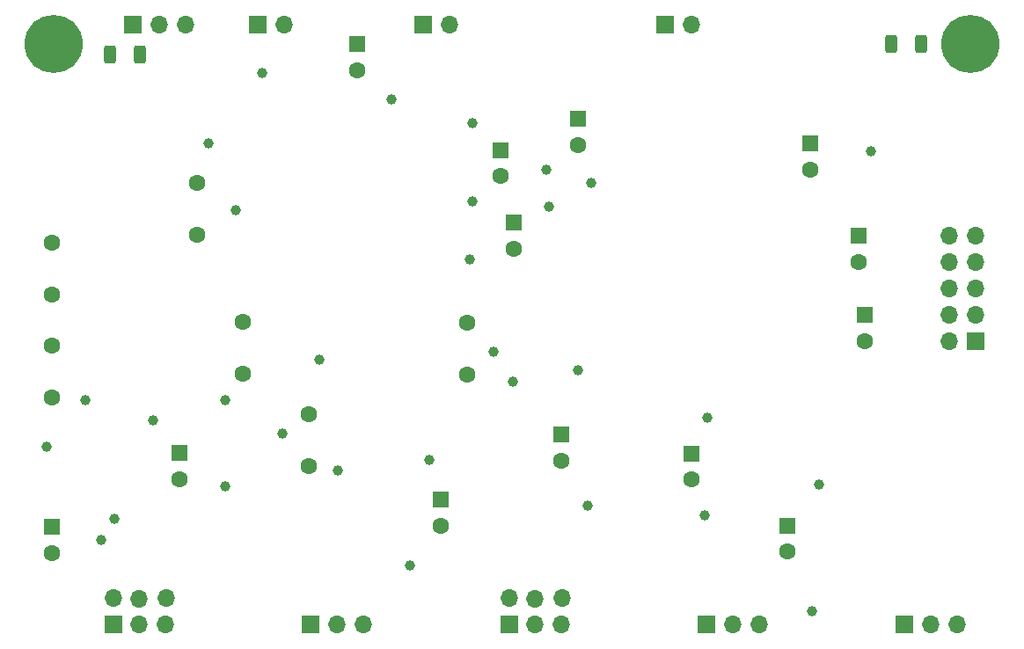
<source format=gbs>
G04 #@! TF.GenerationSoftware,KiCad,Pcbnew,8.0.4*
G04 #@! TF.CreationDate,2024-08-16T16:00:28+02:00*
G04 #@! TF.ProjectId,Purrtico_M,50757272-7469-4636-9f5f-4d2e6b696361,01*
G04 #@! TF.SameCoordinates,Original*
G04 #@! TF.FileFunction,Soldermask,Bot*
G04 #@! TF.FilePolarity,Negative*
%FSLAX46Y46*%
G04 Gerber Fmt 4.6, Leading zero omitted, Abs format (unit mm)*
G04 Created by KiCad (PCBNEW 8.0.4) date 2024-08-16 16:00:28*
%MOMM*%
%LPD*%
G01*
G04 APERTURE LIST*
G04 Aperture macros list*
%AMRoundRect*
0 Rectangle with rounded corners*
0 $1 Rounding radius*
0 $2 $3 $4 $5 $6 $7 $8 $9 X,Y pos of 4 corners*
0 Add a 4 corners polygon primitive as box body*
4,1,4,$2,$3,$4,$5,$6,$7,$8,$9,$2,$3,0*
0 Add four circle primitives for the rounded corners*
1,1,$1+$1,$2,$3*
1,1,$1+$1,$4,$5*
1,1,$1+$1,$6,$7*
1,1,$1+$1,$8,$9*
0 Add four rect primitives between the rounded corners*
20,1,$1+$1,$2,$3,$4,$5,0*
20,1,$1+$1,$4,$5,$6,$7,0*
20,1,$1+$1,$6,$7,$8,$9,0*
20,1,$1+$1,$8,$9,$2,$3,0*%
G04 Aperture macros list end*
%ADD10C,1.000000*%
%ADD11R,1.700000X1.700000*%
%ADD12O,1.700000X1.700000*%
%ADD13C,5.600000*%
%ADD14R,1.600000X1.600000*%
%ADD15C,1.600000*%
%ADD16RoundRect,0.250000X-0.312500X-0.625000X0.312500X-0.625000X0.312500X0.625000X-0.312500X0.625000X0*%
%ADD17RoundRect,0.250000X0.312500X0.625000X-0.312500X0.625000X-0.312500X-0.625000X0.312500X-0.625000X0*%
G04 APERTURE END LIST*
D10*
X111204000Y-70266000D03*
X124158000Y-36830000D03*
X126190000Y-58836000D03*
D11*
X172545000Y-57820000D03*
D12*
X170005000Y-57820000D03*
X172545000Y-55280000D03*
X170005000Y-55280000D03*
X172545000Y-52740000D03*
X170005000Y-52740000D03*
X172545000Y-50200000D03*
X170005000Y-50200000D03*
X172545000Y-47660000D03*
X170005000Y-47660000D03*
D13*
X172085000Y-29210000D03*
D10*
X131270000Y-41310000D03*
D14*
X156670000Y-38770000D03*
D15*
X156670000Y-41270000D03*
D10*
X128016000Y-61722000D03*
D11*
X91440000Y-27305000D03*
D12*
X93980000Y-27305000D03*
X96520000Y-27305000D03*
D14*
X132715000Y-66797621D03*
D15*
X132715000Y-69297621D03*
D14*
X83645000Y-75692000D03*
D15*
X83645000Y-78192000D03*
X97615000Y-42580000D03*
X97615000Y-47580000D03*
D14*
X95964000Y-68580000D03*
D15*
X95964000Y-71080000D03*
D10*
X101346000Y-45212000D03*
X135588000Y-42580000D03*
X100330000Y-63500000D03*
X162512000Y-39530000D03*
X146510000Y-74584000D03*
D11*
X89575640Y-85090000D03*
D12*
X92075640Y-85090000D03*
X94575640Y-85090000D03*
X89575640Y-82550000D03*
X92075640Y-82590000D03*
X94655640Y-82550000D03*
D10*
X93424000Y-65440000D03*
D14*
X161290000Y-47660000D03*
D15*
X161290000Y-50160000D03*
D10*
X83185000Y-67945000D03*
X116332000Y-34544000D03*
D11*
X103505000Y-27305000D03*
D12*
X106045000Y-27305000D03*
D15*
X108410000Y-64805000D03*
X108410000Y-69805000D03*
D11*
X127673100Y-85090000D03*
D12*
X130173100Y-85090000D03*
X132673100Y-85090000D03*
X127673100Y-82550000D03*
X130173100Y-82590000D03*
X132753100Y-82550000D03*
D15*
X123650000Y-60995000D03*
X123650000Y-55995000D03*
D10*
X86868000Y-63500000D03*
D14*
X121110000Y-73065000D03*
D15*
X121110000Y-75565000D03*
D14*
X126825000Y-39405000D03*
D15*
X126825000Y-41905000D03*
D11*
X142700000Y-27305000D03*
D12*
X145240000Y-27305000D03*
D10*
X131524000Y-44866000D03*
D15*
X83645000Y-63246000D03*
X83645000Y-58246000D03*
D14*
X134300000Y-36400000D03*
D15*
X134300000Y-38900000D03*
D10*
X118110000Y-79375000D03*
X157480000Y-71628000D03*
D14*
X113030000Y-29210000D03*
D15*
X113030000Y-31710000D03*
D10*
X88392000Y-76962000D03*
X134318000Y-60614000D03*
X123904000Y-49946000D03*
X89662000Y-74930000D03*
D11*
X146685000Y-85090000D03*
D12*
X149225000Y-85090000D03*
X151765000Y-85090000D03*
D10*
X105870000Y-66710000D03*
X109426000Y-59598000D03*
D11*
X165750240Y-85090000D03*
D12*
X168290240Y-85090000D03*
X170830240Y-85090000D03*
D10*
X120015000Y-69215000D03*
X146764000Y-65186000D03*
D15*
X83645000Y-48335000D03*
X83645000Y-53335000D03*
X102060000Y-55915000D03*
X102060000Y-60915000D03*
D13*
X83820000Y-29210000D03*
D14*
X128095000Y-46390000D03*
D15*
X128095000Y-48890000D03*
D10*
X156845000Y-83820000D03*
D11*
X108585000Y-85090000D03*
D12*
X111125000Y-85090000D03*
X113665000Y-85090000D03*
D14*
X145240000Y-68615000D03*
D15*
X145240000Y-71115000D03*
D14*
X154432000Y-75565000D03*
D15*
X154432000Y-78065000D03*
D14*
X161925000Y-55280000D03*
D15*
X161925000Y-57780000D03*
D10*
X103886000Y-32004000D03*
D11*
X119380000Y-27305000D03*
D12*
X121920000Y-27305000D03*
D10*
X98758000Y-38770000D03*
X135255000Y-73660000D03*
X124158000Y-44358000D03*
X100330000Y-71755000D03*
D16*
X164399500Y-29210000D03*
X167324500Y-29210000D03*
D17*
X92140500Y-30226000D03*
X89215500Y-30226000D03*
M02*

</source>
